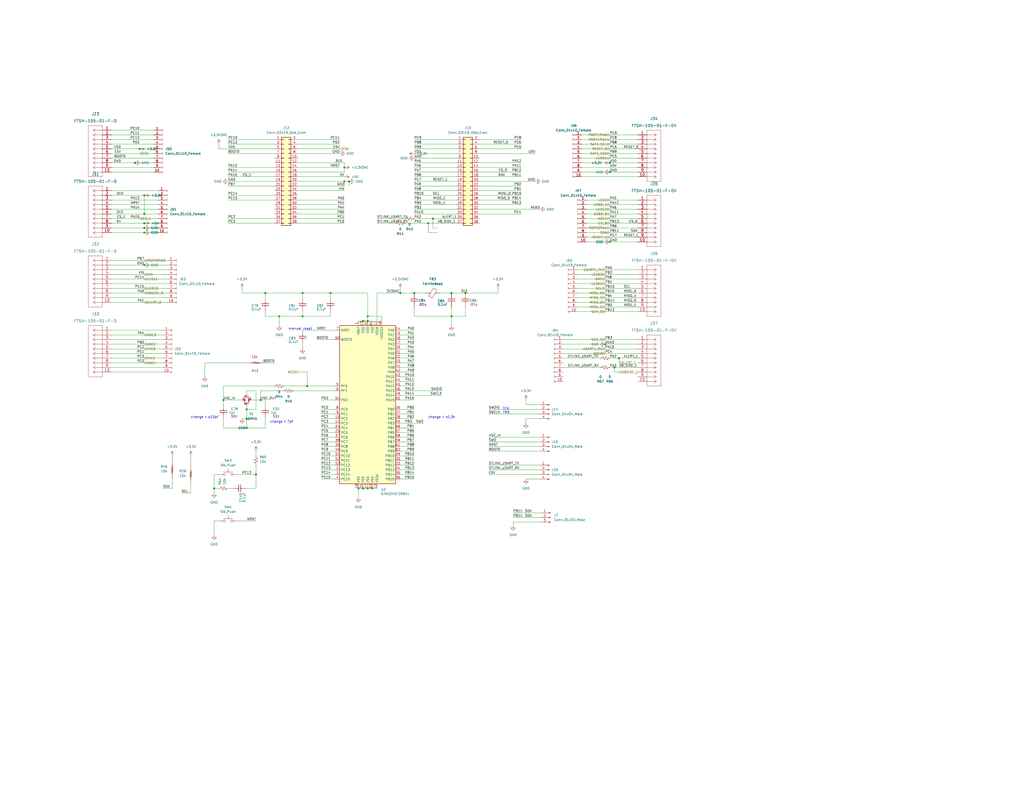
<source format=kicad_sch>
(kicad_sch (version 20230121) (generator eeschema)
  (paper "C")
  (title_block (title "SN-952-A, Charge & Discharge Control") (date "2023-06-28") (rev "PA"))
  (junction (at 187.96 91.44))
  (junction (at 246.38 160.02))
  (junction (at 78.74 106.68))
  (junction (at 332.74 93.98))
  (junction (at 167.64 210.82))
  (junction (at 200.66 172.72))
  (junction (at 200.66 266.7))
  (junction (at 165.1 172.72))
  (junction (at 332.74 88.9))
  (junction (at 78.74 121.92))
  (junction (at 139.7 259.08))
  (junction (at 203.2 266.7))
  (junction (at 332.74 132.08))
  (junction (at 73.66 88.9))
  (junction (at 78.74 144.78))
  (junction (at 218.44 160.02))
  (junction (at 180.34 160.02))
  (junction (at 337.82 195.58))
  (junction (at 195.58 266.7))
  (junction (at 254 160.02))
  (junction (at 134.62 228.6))
  (junction (at 335.28 200.66))
  (junction (at 152.4 172.72))
  (junction (at 190.5 99.06))
  (junction (at 76.2 81.28))
  (junction (at 226.06 160.02))
  (junction (at 198.12 175.26))
  (junction (at 78.74 124.46))
  (junction (at 187.96 99.06))
  (junction (at 116.84 266.7))
  (junction (at 144.78 160.02))
  (junction (at 246.38 172.72))
  (junction (at 134.62 223.52))
  (junction (at 236.22 119.38))
  (junction (at 330.2 187.96))
  (junction (at 142.24 218.44))
  (junction (at 78.74 127))
  (junction (at 78.74 116.84))
  (junction (at 198.12 266.7))
  (junction (at 200.66 175.26))
  (junction (at 165.1 160.02))
  (junction (at 134.62 233.68))
  (junction (at 121.92 218.44))
  (junction (at 233.68 121.92))
  (wire (pts (xy 78.74 127) (xy 60.96 127)))
  (wire (pts (xy 175.26 238.76) (xy 182.88 238.76)))
  (wire (pts (xy 218.44 226.06) (xy 226.06 226.06)))
  (wire (pts (xy 320.04 116.84) (xy 347.98 116.84)))
  (wire (pts (xy 218.44 243.84) (xy 226.06 243.84)))
  (wire (pts (xy 314.96 149.86) (xy 347.98 149.86)))
  (wire (pts (xy 78.74 124.46) (xy 60.96 124.46)))
  (wire (pts (xy 119.38 259.08) (xy 116.84 259.08)))
  (wire (pts (xy 121.92 233.68) (xy 121.92 228.6)))
  (wire (pts (xy 195.58 175.26) (xy 198.12 175.26)))
  (wire (pts (xy 165.1 160.02) (xy 165.1 162.56)))
  (wire (pts (xy 124.46 109.22) (xy 149.86 109.22)))
  (wire (pts (xy 60.96 78.74) (xy 83.82 78.74)))
  (wire (pts (xy 226.06 172.72) (xy 246.38 172.72)))
  (wire (pts (xy 60.96 83.82) (xy 83.82 83.82)))
  (wire (pts (xy 60.96 116.84) (xy 78.74 116.84)))
  (wire (pts (xy 233.68 121.92) (xy 248.92 121.92)))
  (wire (pts (xy 88.9 266.7) (xy 93.98 266.7)))
  (wire (pts (xy 287.02 228.6) (xy 287.02 231.14)))
  (wire (pts (xy 266.7 223.52) (xy 294.64 223.52)))
  (wire (pts (xy 307.34 195.58) (xy 327.66 195.58)))
  (wire (pts (xy 241.3 215.9) (xy 218.44 215.9)))
  (wire (pts (xy 60.96 109.22) (xy 86.36 109.22)))
  (wire (pts (xy 317.5 91.44) (xy 347.98 91.44)))
  (wire (pts (xy 307.34 190.5) (xy 347.98 190.5)))
  (wire (pts (xy 162.56 81.28) (xy 185.42 81.28)))
  (wire (pts (xy 116.84 269.24) (xy 116.84 266.7)))
  (wire (pts (xy 119.38 284.48) (xy 116.84 284.48)))
  (wire (pts (xy 218.44 241.3) (xy 226.06 241.3)))
  (wire (pts (xy 218.44 190.5) (xy 226.06 190.5)))
  (wire (pts (xy 180.34 160.02) (xy 180.34 162.56)))
  (wire (pts (xy 83.82 93.98) (xy 60.96 93.98)))
  (wire (pts (xy 200.66 172.72) (xy 200.66 175.26)))
  (wire (pts (xy 284.48 93.98) (xy 261.62 93.98)))
  (wire (pts (xy 175.26 223.52) (xy 182.88 223.52)))
  (wire (pts (xy 218.44 193.04) (xy 226.06 193.04)))
  (wire (pts (xy 124.46 91.44) (xy 149.86 91.44)))
  (wire (pts (xy 60.96 198.12) (xy 88.9 198.12)))
  (wire (pts (xy 205.74 175.26) (xy 205.74 160.02)))
  (wire (pts (xy 320.04 111.76) (xy 347.98 111.76)))
  (wire (pts (xy 284.48 116.84) (xy 261.62 116.84)))
  (wire (pts (xy 284.48 88.9) (xy 261.62 88.9)))
  (wire (pts (xy 317.5 73.66) (xy 347.98 73.66)))
  (wire (pts (xy 60.96 86.36) (xy 83.82 86.36)))
  (wire (pts (xy 218.44 208.28) (xy 226.06 208.28)))
  (wire (pts (xy 88.9 185.42) (xy 60.96 185.42)))
  (wire (pts (xy 248.92 81.28) (xy 226.06 81.28)))
  (wire (pts (xy 187.96 91.44) (xy 187.96 93.98)))
  (wire (pts (xy 134.62 215.9) (xy 134.62 213.36)))
  (wire (pts (xy 294.64 114.3) (xy 261.62 114.3)))
  (wire (pts (xy 330.2 187.96) (xy 347.98 187.96)))
  (wire (pts (xy 266.7 256.54) (xy 294.64 256.54)))
  (wire (pts (xy 134.62 233.68) (xy 121.92 233.68)))
  (wire (pts (xy 139.7 266.7) (xy 139.7 259.08)))
  (wire (pts (xy 139.7 254) (xy 139.7 259.08)))
  (wire (pts (xy 116.84 266.7) (xy 119.38 266.7)))
  (wire (pts (xy 246.38 172.72) (xy 246.38 177.8)))
  (wire (pts (xy 208.28 175.26) (xy 208.28 172.72)))
  (wire (pts (xy 162.56 99.06) (xy 187.96 99.06)))
  (wire (pts (xy 104.14 264.16) (xy 104.14 269.24)))
  (wire (pts (xy 320.04 129.54) (xy 347.98 129.54)))
  (wire (pts (xy 175.26 248.92) (xy 182.88 248.92)))
  (wire (pts (xy 86.36 106.68) (xy 78.74 106.68)))
  (wire (pts (xy 218.44 203.2) (xy 226.06 203.2)))
  (wire (pts (xy 218.44 205.74) (xy 226.06 205.74)))
  (wire (pts (xy 144.78 172.72) (xy 152.4 172.72)))
  (wire (pts (xy 226.06 172.72) (xy 226.06 167.64)))
  (wire (pts (xy 60.96 88.9) (xy 73.66 88.9)))
  (wire (pts (xy 60.96 121.92) (xy 78.74 121.92)))
  (wire (pts (xy 162.56 203.2) (xy 167.64 203.2)))
  (wire (pts (xy 218.44 231.14) (xy 231.14 231.14)))
  (wire (pts (xy 307.34 185.42) (xy 347.98 185.42)))
  (wire (pts (xy 88.9 203.2) (xy 60.96 203.2)))
  (wire (pts (xy 203.2 266.7) (xy 205.74 266.7)))
  (wire (pts (xy 218.44 185.42) (xy 226.06 185.42)))
  (wire (pts (xy 78.74 116.84) (xy 78.74 106.68)))
  (wire (pts (xy 144.78 218.44) (xy 144.78 220.98)))
  (wire (pts (xy 175.26 259.08) (xy 182.88 259.08)))
  (wire (pts (xy 332.74 195.58) (xy 337.82 195.58)))
  (wire (pts (xy 320.04 119.38) (xy 347.98 119.38)))
  (wire (pts (xy 266.7 243.84) (xy 294.64 243.84)))
  (wire (pts (xy 86.36 124.46) (xy 78.74 124.46)))
  (wire (pts (xy 165.1 160.02) (xy 180.34 160.02)))
  (wire (pts (xy 218.44 256.54) (xy 226.06 256.54)))
  (wire (pts (xy 60.96 187.96) (xy 88.9 187.96)))
  (wire (pts (xy 134.62 228.6) (xy 134.62 233.68)))
  (wire (pts (xy 134.62 213.36) (xy 139.7 213.36)))
  (wire (pts (xy 218.44 223.52) (xy 226.06 223.52)))
  (wire (pts (xy 337.82 203.2) (xy 335.28 203.2)))
  (wire (pts (xy 134.62 220.98) (xy 134.62 223.52)))
  (wire (pts (xy 139.7 246.38) (xy 139.7 248.92)))
  (wire (pts (xy 284.48 109.22) (xy 261.62 109.22)))
  (wire (pts (xy 236.22 124.46) (xy 236.22 119.38)))
  (wire (pts (xy 266.7 259.08) (xy 294.64 259.08)))
  (wire (pts (xy 187.96 99.06) (xy 187.96 101.6)))
  (wire (pts (xy 162.56 121.92) (xy 187.96 121.92)))
  (wire (pts (xy 317.5 88.9) (xy 332.74 88.9)))
  (wire (pts (xy 233.68 127) (xy 233.68 121.92)))
  (wire (pts (xy 175.26 233.68) (xy 182.88 233.68)))
  (wire (pts (xy 218.44 157.48) (xy 218.44 160.02)))
  (wire (pts (xy 86.36 127) (xy 78.74 127)))
  (wire (pts (xy 99.06 269.24) (xy 104.14 269.24)))
  (wire (pts (xy 162.56 114.3) (xy 187.96 114.3)))
  (wire (pts (xy 292.1 83.82) (xy 261.62 83.82)))
  (wire (pts (xy 175.26 218.44) (xy 182.88 218.44)))
  (wire (pts (xy 218.44 246.38) (xy 226.06 246.38)))
  (wire (pts (xy 280.035 280.035) (xy 295.275 280.035)))
  (wire (pts (xy 317.5 93.98) (xy 332.74 93.98)))
  (wire (pts (xy 60.96 76.2) (xy 83.82 76.2)))
  (wire (pts (xy 332.74 200.66) (xy 335.28 200.66)))
  (wire (pts (xy 307.34 187.96) (xy 330.2 187.96)))
  (wire (pts (xy 162.56 119.38) (xy 187.96 119.38)))
  (wire (pts (xy 294.64 220.98) (xy 287.02 220.98)))
  (wire (pts (xy 218.44 238.76) (xy 226.06 238.76)))
  (wire (pts (xy 60.96 190.5) (xy 88.9 190.5)))
  (wire (pts (xy 162.56 91.44) (xy 185.42 91.44)))
  (wire (pts (xy 254 172.72) (xy 254 167.64)))
  (wire (pts (xy 121.92 220.98) (xy 121.92 218.44)))
  (wire (pts (xy 91.44 144.78) (xy 78.74 144.78)))
  (wire (pts (xy 220.98 121.92) (xy 233.68 121.92)))
  (wire (pts (xy 266.7 238.76) (xy 294.64 238.76)))
  (wire (pts (xy 236.22 119.38) (xy 226.06 119.38)))
  (wire (pts (xy 248.92 101.6) (xy 226.06 101.6)))
  (wire (pts (xy 248.92 119.38) (xy 236.22 119.38)))
  (wire (pts (xy 167.64 203.2) (xy 167.64 210.82)))
  (wire (pts (xy 162.56 83.82) (xy 185.42 83.82)))
  (wire (pts (xy 116.84 259.08) (xy 116.84 266.7)))
  (wire (pts (xy 167.64 210.82) (xy 154.892 210.82)))
  (wire (pts (xy 218.44 251.46) (xy 226.06 251.46)))
  (wire (pts (xy 320.04 114.3) (xy 347.98 114.3)))
  (wire (pts (xy 134.62 266.7) (xy 139.7 266.7)))
  (wire (pts (xy 162.56 96.52) (xy 187.96 96.52)))
  (wire (pts (xy 248.92 106.68) (xy 226.06 106.68)))
  (wire (pts (xy 175.26 241.3) (xy 182.88 241.3)))
  (wire (pts (xy 337.82 195.58) (xy 347.98 195.58)))
  (wire (pts (xy 60.96 106.68) (xy 78.74 106.68)))
  (wire (pts (xy 124.46 119.38) (xy 149.86 119.38)))
  (wire (pts (xy 317.5 78.74) (xy 347.98 78.74)))
  (wire (pts (xy 162.56 111.76) (xy 187.96 111.76)))
  (wire (pts (xy 137.16 218.44) (xy 142.24 218.44)))
  (wire (pts (xy 200.66 175.26) (xy 203.2 175.26)))
  (wire (pts (xy 175.26 243.84) (xy 182.88 243.84)))
  (wire (pts (xy 93.98 266.7) (xy 93.98 261.62)))
  (wire (pts (xy 294.64 228.6) (xy 287.02 228.6)))
  (wire (pts (xy 60.96 81.28) (xy 76.2 81.28)))
  (wire (pts (xy 139.7 213.36) (xy 139.7 223.52)))
  (wire (pts (xy 180.34 160.02) (xy 200.66 160.02)))
  (wire (pts (xy 144.78 172.72) (xy 144.78 170.18)))
  (wire (pts (xy 218.44 228.6) (xy 226.06 228.6)))
  (wire (pts (xy 205.74 119.38) (xy 220.98 119.38)))
  (wire (pts (xy 320.04 132.08) (xy 332.74 132.08)))
  (wire (pts (xy 317.5 86.36) (xy 347.98 86.36)))
  (wire (pts (xy 335.28 200.66) (xy 347.98 200.66)))
  (wire (pts (xy 218.44 200.66) (xy 226.06 200.66)))
  (wire (pts (xy 162.56 104.14) (xy 187.96 104.14)))
  (wire (pts (xy 86.36 116.84) (xy 78.74 116.84)))
  (wire (pts (xy 175.26 254) (xy 182.88 254)))
  (wire (pts (xy 284.48 78.74) (xy 261.62 78.74)))
  (wire (pts (xy 246.38 160.02) (xy 254 160.02)))
  (wire (pts (xy 60.96 142.24) (xy 91.44 142.24)))
  (wire (pts (xy 218.44 160.02) (xy 226.06 160.02)))
  (wire (pts (xy 144.78 233.68) (xy 134.62 233.68)))
  (wire (pts (xy 284.48 104.14) (xy 261.62 104.14)))
  (wire (pts (xy 129.54 259.08) (xy 139.7 259.08)))
  (wire (pts (xy 337.82 198.12) (xy 337.82 195.58)))
  (wire (pts (xy 154.94 213.36) (xy 142.24 213.36)))
  (wire (pts (xy 175.26 251.46) (xy 182.88 251.46)))
  (wire (pts (xy 317.5 96.52) (xy 347.98 96.52)))
  (wire (pts (xy 83.82 81.28) (xy 76.2 81.28)))
  (wire (pts (xy 91.44 162.56) (xy 60.96 162.56)))
  (wire (pts (xy 175.26 231.14) (xy 182.88 231.14)))
  (wire (pts (xy 292.1 99.06) (xy 261.62 99.06)))
  (wire (pts (xy 266.7 254) (xy 294.64 254)))
  (wire (pts (xy 121.92 210.82) (xy 121.92 218.44)))
  (wire (pts (xy 266.7 241.3) (xy 294.64 241.3)))
  (wire (pts (xy 60.96 193.04) (xy 88.9 193.04)))
  (wire (pts (xy 314.96 170.18) (xy 347.98 170.18)))
  (wire (pts (xy 60.96 119.38) (xy 86.36 119.38)))
  (wire (pts (xy 91.44 147.32) (xy 60.96 147.32)))
  (wire (pts (xy 127 266.7) (xy 124.46 266.7)))
  (wire (pts (xy 314.96 157.48) (xy 347.98 157.48)))
  (wire (pts (xy 124.46 76.2) (xy 149.86 76.2)))
  (wire (pts (xy 124.46 121.92) (xy 149.86 121.92)))
  (wire (pts (xy 271.78 157.48) (xy 271.78 160.02)))
  (wire (pts (xy 124.46 99.06) (xy 149.86 99.06)))
  (wire (pts (xy 248.92 78.74) (xy 226.06 78.74)))
  (wire (pts (xy 139.7 223.52) (xy 134.62 223.52)))
  (wire (pts (xy 254 160.02) (xy 271.78 160.02)))
  (wire (pts (xy 172.72 185.42) (xy 182.88 185.42)))
  (wire (pts (xy 187.96 88.9) (xy 187.96 91.44)))
  (wire (pts (xy 248.92 83.82) (xy 226.06 83.82)))
  (wire (pts (xy 165.1 180.34) (xy 182.88 180.34)))
  (wire (pts (xy 165.1 172.72) (xy 180.34 172.72)))
  (wire (pts (xy 111.76 198.12) (xy 134.62 198.12)))
  (wire (pts (xy 314.96 165.1) (xy 347.98 165.1)))
  (wire (pts (xy 124.46 83.82) (xy 149.86 83.82)))
  (wire (pts (xy 248.92 96.52) (xy 226.06 96.52)))
  (wire (pts (xy 248.92 114.3) (xy 226.06 114.3)))
  (wire (pts (xy 248.92 116.84) (xy 226.06 116.84)))
  (wire (pts (xy 132.08 228.6) (xy 134.62 228.6)))
  (wire (pts (xy 284.48 91.44) (xy 261.62 91.44)))
  (wire (pts (xy 314.96 167.64) (xy 347.98 167.64)))
  (wire (pts (xy 218.44 259.08) (xy 226.06 259.08)))
  (wire (pts (xy 218.44 187.96) (xy 226.06 187.96)))
  (wire (pts (xy 246.38 167.64) (xy 246.38 172.72)))
  (wire (pts (xy 124.46 93.98) (xy 149.86 93.98)))
  (wire (pts (xy 284.48 111.76) (xy 261.62 111.76)))
  (wire (pts (xy 60.96 195.58) (xy 88.9 195.58)))
  (wire (pts (xy 284.48 76.2) (xy 261.62 76.2)))
  (wire (pts (xy 266.7 246.38) (xy 294.64 246.38)))
  (wire (pts (xy 152.4 172.72) (xy 152.4 177.8)))
  (wire (pts (xy 162.56 109.22) (xy 187.96 109.22)))
  (wire (pts (xy 198.12 266.7) (xy 200.66 266.7)))
  (wire (pts (xy 60.96 149.86) (xy 91.44 149.86)))
  (wire (pts (xy 218.44 182.88) (xy 226.06 182.88)))
  (wire (pts (xy 160.02 213.36) (xy 182.88 213.36)))
  (wire (pts (xy 152.4 172.72) (xy 165.1 172.72)))
  (wire (pts (xy 238.76 124.46) (xy 236.22 124.46)))
  (wire (pts (xy 335.28 203.2) (xy 335.28 200.66)))
  (wire (pts (xy 200.66 266.7) (xy 203.2 266.7)))
  (wire (pts (xy 317.5 81.28) (xy 347.98 81.28)))
  (wire (pts (xy 175.26 226.06) (xy 182.88 226.06)))
  (wire (pts (xy 119.38 78.74) (xy 119.38 81.28)))
  (wire (pts (xy 208.28 172.72) (xy 200.66 172.72)))
  (wire (pts (xy 60.96 71.12) (xy 83.82 71.12)))
  (wire (pts (xy 162.56 78.74) (xy 185.42 78.74)))
  (wire (pts (xy 78.74 144.78) (xy 60.96 144.78)))
  (wire (pts (xy 317.5 76.2) (xy 347.98 76.2)))
  (wire (pts (xy 162.56 88.9) (xy 187.96 88.9)))
  (wire (pts (xy 119.38 81.28) (xy 149.86 81.28)))
  (wire (pts (xy 60.96 152.4) (xy 91.44 152.4)))
  (wire (pts (xy 60.96 157.48) (xy 91.44 157.48)))
  (wire (pts (xy 226.06 160.02) (xy 232.41 160.02)))
  (wire (pts (xy 149.812 210.82) (xy 121.92 210.82)))
  (wire (pts (xy 246.38 172.72) (xy 254 172.72)))
  (wire (pts (xy 167.64 210.82) (xy 182.88 210.82)))
  (wire (pts (xy 175.26 261.62) (xy 182.88 261.62)))
  (wire (pts (xy 332.74 93.98) (xy 347.98 93.98)))
  (wire (pts (xy 134.62 223.52) (xy 134.62 228.6)))
  (wire (pts (xy 241.3 213.36) (xy 218.44 213.36)))
  (wire (pts (xy 175.26 256.54) (xy 182.88 256.54)))
  (wire (pts (xy 144.78 162.56) (xy 144.78 160.02)))
  (wire (pts (xy 60.96 182.88) (xy 88.9 182.88)))
  (wire (pts (xy 86.36 104.14) (xy 60.96 104.14)))
  (wire (pts (xy 218.44 210.82) (xy 226.06 210.82)))
  (wire (pts (xy 132.08 157.48) (xy 132.08 160.02)))
  (wire (pts (xy 218.44 195.58) (xy 226.06 195.58)))
  (wire (pts (xy 111.76 198.12) (xy 111.76 205.74)))
  (wire (pts (xy 240.03 160.02) (xy 246.38 160.02)))
  (wire (pts (xy 190.5 99.06) (xy 190.5 101.6)))
  (wire (pts (xy 187.96 99.06) (xy 190.5 99.06)))
  (wire (pts (xy 83.82 88.9) (xy 73.66 88.9)))
  (wire (pts (xy 238.76 127) (xy 233.68 127)))
  (wire (pts (xy 248.92 86.36) (xy 226.06 86.36)))
  (wire (pts (xy 124.46 106.68) (xy 149.86 106.68)))
  (wire (pts (xy 295.275 285.115) (xy 280.035 285.115)))
  (wire (pts (xy 124.46 78.74) (xy 149.86 78.74)))
  (wire (pts (xy 121.92 218.44) (xy 132.08 218.44)))
  (wire (pts (xy 162.56 93.98) (xy 187.96 93.98)))
  (wire (pts (xy 142.24 218.44) (xy 144.78 218.44)))
  (wire (pts (xy 205.74 121.92) (xy 215.9 121.92)))
  (wire (pts (xy 314.96 154.94) (xy 347.98 154.94)))
  (wire (pts (xy 124.46 101.6) (xy 149.86 101.6)))
  (wire (pts (xy 320.04 121.92) (xy 347.98 121.92)))
  (wire (pts (xy 320.04 127) (xy 347.98 127)))
  (wire (pts (xy 307.34 200.66) (xy 327.66 200.66)))
  (wire (pts (xy 284.48 81.28) (xy 261.62 81.28)))
  (wire (pts (xy 266.7 226.06) (xy 294.64 226.06)))
  (wire (pts (xy 261.62 96.52) (xy 284.48 96.52)))
  (wire (pts (xy 248.92 111.76) (xy 226.06 111.76)))
  (wire (pts (xy 165.1 190.5) (xy 165.1 187.96)))
  (wire (pts (xy 60.96 165.1) (xy 91.44 165.1)))
  (wire (pts (xy 142.24 213.36) (xy 142.24 218.44)))
  (wire (pts (xy 332.74 88.9) (xy 347.98 88.9)))
  (wire (pts (xy 314.96 147.32) (xy 347.98 147.32)))
  (wire (pts (xy 284.48 101.6) (xy 261.62 101.6)))
  (wire (pts (xy 317.5 83.82) (xy 347.98 83.82)))
  (wire (pts (xy 248.92 104.14) (xy 226.06 104.14)))
  (wire (pts (xy 226.06 261.62) (xy 218.44 261.62)))
  (wire (pts (xy 195.58 266.7) (xy 195.58 271.78)))
  (wire (pts (xy 248.92 88.9) (xy 226.06 88.9)))
  (wire (pts (xy 280.035 285.115) (xy 280.035 287.02)))
  (wire (pts (xy 320.04 109.22) (xy 347.98 109.22)))
  (wire (pts (xy 60.96 111.76) (xy 86.36 111.76)))
  (wire (pts (xy 104.14 248.92) (xy 104.14 254)))
  (wire (pts (xy 116.84 284.48) (xy 116.84 292.1)))
  (wire (pts (xy 93.98 248.92) (xy 93.98 251.46)))
  (wire (pts (xy 83.82 91.44) (xy 60.96 91.44)))
  (wire (pts (xy 314.96 152.4) (xy 347.98 152.4)))
  (wire (pts (xy 88.9 200.66) (xy 60.96 200.66)))
  (wire (pts (xy 218.44 254) (xy 226.06 254)))
  (wire (pts (xy 129.54 284.48) (xy 139.7 284.48)))
  (wire (pts (xy 91.44 154.94) (xy 60.96 154.94)))
  (wire (pts (xy 165.1 170.18) (xy 165.1 172.72)))
  (wire (pts (xy 218.44 233.68) (xy 226.06 233.68)))
  (wire (pts (xy 175.26 246.38) (xy 182.88 246.38)))
  (wire (pts (xy 314.96 160.02) (xy 347.98 160.02)))
  (wire (pts (xy 287.02 218.44) (xy 287.02 220.98)))
  (wire (pts (xy 332.74 132.08) (xy 347.98 132.08)))
  (wire (pts (xy 175.26 236.22) (xy 182.88 236.22)))
  (wire (pts (xy 261.62 106.68) (xy 284.48 106.68)))
  (wire (pts (xy 218.44 198.12) (xy 226.06 198.12)))
  (wire (pts (xy 200.66 160.02) (xy 200.66 172.72)))
  (wire (pts (xy 205.74 160.02) (xy 218.44 160.02)))
  (wire (pts (xy 248.92 93.98) (xy 226.06 93.98)))
  (wire (pts (xy 320.04 124.46) (xy 347.98 124.46)))
  (wire (pts (xy 60.96 160.02) (xy 91.44 160.02)))
  (wire (pts (xy 132.08 160.02) (xy 144.78 160.02)))
  (wire (pts (xy 144.78 160.02) (xy 165.1 160.02)))
  (wire (pts (xy 307.34 193.04) (xy 347.98 193.04)))
  (wire (pts (xy 162.56 116.84) (xy 187.96 116.84)))
  (wire (pts (xy 124.46 96.52) (xy 149.86 96.52)))
  (wire (pts (xy 218.44 218.44) (xy 226.06 218.44)))
  (wire (pts (xy 180.34 170.18) (xy 180.34 172.72)))
  (wire (pts (xy 175.26 228.6) (xy 182.88 228.6)))
  (wire (pts (xy 314.96 162.56) (xy 347.98 162.56)))
  (wire (pts (xy 144.78 228.6) (xy 144.78 233.68)))
  (wire (pts (xy 60.96 114.3) (xy 86.36 114.3)))
  (wire (pts (xy 248.92 76.2) (xy 226.06 76.2)))
  (wire (pts (xy 248.92 109.22) (xy 226.06 109.22)))
  (wire (pts (xy 218.44 236.22) (xy 226.06 236.22)))
  (wire (pts (xy 287.02 261.62) (xy 294.64 261.62)))
  (wire (pts (xy 218.44 248.92) (xy 226.06 248.92)))
  (wire (pts (xy 60.96 73.66) (xy 83.82 73.66)))
  (wire (pts (xy 187.96 101.6) (xy 162.56 101.6)))
  (wire (pts (xy 218.44 180.34) (xy 226.06 180.34)))
  (wire (pts (xy 248.92 99.06) (xy 226.06 99.06)))
  (wire (pts (xy 88.9 180.34) (xy 60.96 180.34)))
  (wire (pts (xy 185.42 76.2) (xy 162.56 76.2)))
  (wire (pts (xy 248.92 91.44) (xy 226.06 91.44)))
  (wire (pts (xy 198.12 175.26) (xy 200.66 175.26)))
  (wire (pts (xy 195.58 266.7) (xy 198.12 266.7)))
  (wire (pts (xy 280.035 282.575) (xy 295.275 282.575)))
  (wire (pts (xy 86.36 121.92) (xy 78.74 121.92)))
  (wire (pts (xy 144.78 198.12) (xy 149.86 198.12)))
  (text "change t o1.5k\n" (at 233.68 228.6 0) (effects (font (size 1.27 1.27)) (justify left bottom)))
  (text "TCK\nTMS\n" (at 274.32 226.06 0) (effects (font (size 1.27 1.27)) (justify left bottom)))
  (text "change t 7pf\n" (at 147.32 231.14 0) (effects (font (size 1.27 1.27)) (justify left bottom)))
  (text "manual reset\n" (at 157.48 180.34 0) (effects (font (size 1.27 1.27)) (justify left bottom)))
  (text "change t o10pf\n" (at 104.14 228.6 0) (effects (font (size 1.27 1.27)) (justify left bottom)))
  (label "PC6" (at 332.74 81.28 0))
  (label "PD2" (at 175.26 218.44 0))
  (label "STLINK_USART_TX" (at 266.7 254 0))
  (label "PB3" (at 226.06 114.3 0))
  (label "STLINK_USART_RX" (at 266.7 256.54 0))
  (label "PA3" (at 226.06 187.96 180))
  (label "VIN" (at 187.96 104.14 180))
  (label "PC4" (at 175.26 233.68 0))
  (label "PC9" (at 175.26 246.38 0))
  (label "PC13" (at 175.26 256.54 0))
  (label "PC6" (at 284.48 78.74 180))
  (label "PC5" (at 284.48 81.28 180))
  (label "PA0" (at 187.96 109.22 180))
  (label "PB11" (at 226.06 251.46 180))
  (label "PC3" (at 78.74 195.58 180))
  (label "PA1" (at 187.96 111.76 180))
  (label "MISO_0" (at 340.36 165.1 0))
  (label "E5V" (at 266.7 259.08 0))
  (label "PB3" (at 330.2 185.42 0))
  (label "PC10" (at 175.26 248.92 0))
  (label "PB14" (at 226.06 259.08 180))
  (label "PA14" (at 124.46 93.98 0))
  (label "SCL" (at 99.06 269.24 0))
  (label "PC2" (at 124.46 119.38 0))
  (label "PC5" (at 332.74 86.36 0))
  (label "PA5" (at 226.06 88.9 0))
  (label "STLINK_USART_RX" (at 205.74 121.92 0))
  (label "PC14" (at 175.26 259.08 0))
  (label "PC9" (at 226.06 76.2 0))
  (label "PA7" (at 226.06 93.98 0))
  (label "PA4" (at 226.06 190.5 180))
  (label "RESET_1" (at 340.36 129.54 0))
  (label "GND" (at 185.42 83.82 180))
  (label "PA12" (at 284.48 88.9 180))
  (label "CS_1" (at 137.16 96.52 180))
  (label "PB8" (at 332.74 78.74 0))
  (label "PA3" (at 226.06 121.92 0))
  (label "SWCLK" (at 241.3 215.9 180))
  (label "PA10" (at 330.2 190.5 0))
  (label "PB5" (at 330.2 167.64 0))
  (label "PC8" (at 332.74 76.2 0))
  (label "U5V" (at 292.1 83.82 180))
  (label "PC1" (at 187.96 119.38 180))
  (label "PB0" (at 78.74 187.96 180))
  (label "PB12" (at 226.06 254 180))
  (label "BOOT0" (at 172.72 185.42 0))
  (label "MOSI_0" (at 340.36 160.02 0))
  (label "PA13" (at 220.98 213.36 0))
  (label "VDD" (at 124.46 81.28 0))
  (label "PB4" (at 330.2 162.56 0))
  (label "PA14" (at 220.98 215.9 0))
  (label "RESET_1" (at 236.22 99.06 0))
  (label "MISO_1" (at 236.22 109.22 0))
  (label "PB9" (at 332.74 83.82 0))
  (label "PC8" (at 175.26 243.84 0))
  (label "PD2" (at 76.2 78.74 180))
  (label "PB11" (at 280.035 282.575 0))
  (label "SCL" (at 236.22 106.68 0))
  (label "PC15" (at 175.26 261.62 0))
  (label "PB10" (at 226.06 248.92 180))
  (label "PC9" (at 332.74 73.66 0))
  (label "PA11" (at 284.48 91.44 180))
  (label "PC2" (at 78.74 190.5 180))
  (label "PC11" (at 76.2 73.66 180))
  (label "PA2" (at 226.06 185.42 180))
  (label "PA1" (at 226.06 182.88 180))
  (label "NRST" (at 266.7 243.84 0))
  (label "PB15" (at 279.4 106.68 0))
  (label "SWDIO" (at 241.3 213.36 180))
  (label "PB0" (at 226.06 223.52 180))
  (label "PA13" (at 124.46 91.44 0))
  (label "RESET_0" (at 340.36 81.28 0))
  (label "PC2" (at 175.26 228.6 0))
  (label "PC14" (at 124.46 106.68 0))
  (label "PC10" (at 76.2 71.12 180))
  (label "MISO_1" (at 340.36 162.56 0))
  (label "PA8" (at 226.06 104.14 0))
  (label "PB2" (at 330.2 149.86 0))
  (label "GND" (at 332.74 132.08 0))
  (label "VIN" (at 78.74 149.86 180))
  (label "PC15" (at 78.74 157.48 180))
  (label "SDA" (at 271.78 96.52 0))
  (label "PA8" (at 330.2 152.4 0))
  (label "PB13" (at 284.48 111.76 180))
  (label "PA9" (at 330.2 147.32 0))
  (label "MOSI_1" (at 340.36 167.64 0))
  (label "AB_SIDE_1" (at 337.82 200.66 0))
  (label "PC5" (at 175.26 236.22 0))
  (label "PB14" (at 284.48 109.22 180))
  (label "BOOT0" (at 124.46 83.82 0))
  (label "HSE_In" (at 121.92 218.44 0))
  (label "VDD" (at 332.74 88.9 0))
  (label "CS_0" (at 276.86 93.98 180))
  (label "SDA" (at 347.98 127 180))
  (label "PA12" (at 226.06 210.82 180))
  (label "3V3" (at 182.88 88.9 0))
  (label "PA1" (at 78.74 165.1 180))
  (label "PC14" (at 78.74 152.4 180))
  (label "PA9" (at 226.06 203.2 180))
  (label "PA6" (at 332.74 114.3 0))
  (label "PB15" (at 330.2 160.02 0))
  (label "PC0" (at 78.74 198.12 180))
  (label "PA7" (at 226.06 198.12 180))
  (label "PB12" (at 284.48 93.98 180))
  (label "PB11" (at 332.74 127 0))
  (label "PA7" (at 332.74 119.38 0))
  (label "PC3" (at 175.26 231.14 0))
  (label "NRST" (at 185.42 91.44 180))
  (label "CS_0" (at 347.98 121.92 180))
  (label "PA10" (at 226.06 205.74 180))
  (label "3V3DAC" (at 210.82 160.02 0))
  (label "GND" (at 124.46 99.06 0))
  (label "PA5" (at 226.06 193.04 180))
  (label "RESET_0" (at 269.24 78.74 0))
  (label "PA4" (at 187.96 114.3 180))
  (label "PA13" (at 76.2 109.22 180))
  (label "PB1" (at 330.2 154.94 0))
  (label "STLINK_USART_TX" (at 205.74 119.38 0))
  (label "PA0" (at 78.74 160.02 180))
  (label "PB8" (at 226.06 243.84 180))
  (label "PB6" (at 332.74 124.46 0))
  (label "PB4" (at 226.06 233.68 180))
  (label "PB2" (at 226.06 228.6 180))
  (label "PA14" (at 76.2 114.3 180))
  (label "PC7" (at 226.06 99.06 0))
  (label "PA6" (at 226.06 91.44 0))
  (label "SCL" (at 340.36 157.48 0))
  (label "SDA" (at 290.195 282.575 180))
  (label "3V3" (at 63.5 116.84 0))
  (label "AGND" (at 294.64 114.3 180))
  (label "PB0" (at 187.96 116.84 180))
  (label "PB7" (at 78.74 142.24 180))
  (label "SWDIO" (at 266.7 223.52 0))
  (label "SWO" (at 266.7 241.3 0))
  (label "3V3" (at 251.46 160.02 0))
  (label "PC4" (at 330.2 193.04 0))
  (label "SDA" (at 290.195 280.035 180))
  (label "PB7" (at 226.06 241.3 180))
  (label "PB3" (at 220.98 231.14 0))
  (label "PB4" (at 226.06 109.22 0))
  (label "PA2" (at 332.74 195.58 0))
  (label "PB6" (at 226.06 96.52 0))
  (label "PB15" (at 226.06 261.62 180))
  (label "PA12" (at 332.74 111.76 0))
  (label "PC11" (at 175.26 251.46 0))
  (label "5V" (at 187.96 96.52 180))
  (label "PA15" (at 226.06 218.44 180))
  (label "GND" (at 226.06 86.36 0))
  (label "PC4" (at 284.48 116.84 180))
  (label "3V3" (at 63.5 106.68 0))
  (label "GND" (at 187.96 101.6 180))
  (label "PA15" (at 76.2 119.38 180))
  (label "PA4" (at 78.74 182.88 180))
  (label "NRST" (at 139.7 284.48 180))
  (label "SDA" (at 88.9 266.7 0))
  (label "HSE_In" (at 266.7 238.76 0))
  (label "PB11" (at 284.48 96.52 180))
  (label "PC1" (at 175.26 226.06 0))
  (label "PC11" (at 185.42 76.2 180))
  (label "5V" (at 66.04 121.92 180))
  (label "PA6" (at 226.06 195.58 180))
  (label "PB11" (at 280.035 280.035 0))
  (label "PB10" (at 226.06 106.68 0))
  (label "ALERT_1" (at 340.36 195.58 0))
  (label "PB13" (at 226.06 256.54 180))
  (label "PA3" (at 332.74 200.66 0))
  (label "PA9" (at 226.06 101.6 0))
  (label "PB5" (at 226.06 111.76 0))
  (label "STLINK_USART_TX" (at 309.88 195.58 0))
  (label "PD2" (at 185.42 78.74 180))
  (label "PC15" (at 124.46 109.22 0))
  (label "E5V" (at 185.42 81.28 180))
  (label "PB14" (at 330.2 165.1 0))
  (label "ALERT_1" (at 241.3 119.38 0))
  (label "E5V" (at 66.04 83.82 180))
  (label "MISO_0" (at 278.3783 109.22 180))
  (label "PC3" (at 124.46 121.92 0))
  (label "PC6" (at 175.26 238.76 0))
  (label "PB13" (at 330.2 170.18 0))
  (label "BOOT0" (at 266.7 246.38 0))
  (label "PB9" (at 226.06 246.38 180))
  (label "PC0" (at 187.96 121.92 180))
  (label "PA11" (at 226.06 208.28 180))
  (label "PA0" (at 226.06 180.34 180))
  (label "VDD" (at 66.04 81.28 180))
  (label "PA11" (at 332.74 116.84 0))
  (label "PB1" (at 284.48 104.14 180))
  (label "PB9" (at 226.06 81.28 0))
  (label "PC8" (at 284.48 76.2 180))
  (label "MOSI_0" (at 271.78 106.68 0))
  (label "PC12" (at 175.26 254 0))
  (label "VDD" (at 226.06 83.82 0))
  (label "PC10" (at 124.46 76.2 0))
  (label "BOOT0" (at 149.86 198.12 180))
  (label "NRST" (at 177.8 180.34 180))
  (label "U5V" (at 332.74 91.44 0))
  (label "PA10" (at 226.06 116.84 0))
  (label "PB5" (at 226.06 236.22 180))
  (label "PC0" (at 175.26 223.52 0))
  (label "HSE_OUT" (at 142.24 218.44 0))
  (label "AGND" (at 330.2 187.96 0))
  (label "SWCLK" (at 266.7 226.06 0))
  (label "GND" (at 66.04 88.9 180))
  (label "PC7" (at 175.26 241.3 0))
  (label "PA8" (at 226.06 200.66 180))
  (label "PA2" (at 226.06 119.38 0))
  (label "PB8" (at 226.06 78.74 0))
  (label "GND" (at 332.74 93.98 0))
  (label "PA15" (at 124.46 96.52 0))
  (label "PB1" (at 226.06 226.06 180))
  (label "MOSI_1" (at 236.22 111.76 0))
  (label "GND" (at 292.1 99.06 180))
  (label "PC12" (at 76.2 76.2 180))
  (label "GND" (at 78.74 144.78 180))
  (label "BOOT0" (at 68.58 86.36 180))
  (label "PB7" (at 124.46 101.6 0))
  (label "PA5" (at 332.74 109.22 0))
  (label "SWO" (at 231.14 231.14 180))
  (label "PB12" (at 332.74 121.92 0))
  (label "AB_SIDE_1" (at 238.76 121.92 0))
  (label "STLINK_USART_RX" (at 309.88 200.66 0))
  (label "CS_1" (at 68.58 119.38 180))
  (label "PC13" (at 132.08 259.08 0))
  (label "PB10" (at 330.2 157.48 0))
  (label "PC7" (at 332.74 129.54 0))
  (label "PB6" (at 226.06 238.76 180))
  (label "NRST" (at 76.2 111.76 180))
  (label "PC12" (at 124.46 78.74 0))
  (label "PC1" (at 78.74 193.04 180))
  (label "PB2" (at 284.48 101.6 180))
  (hierarchical_label "PORT1PW1" (shape input) (at 332.74 76.2 180))
  (hierarchical_label "ADC3" (shape input) (at 78.74 182.88 0))
  (hierarchical_label "SAFE_SDA" (shape input) (at 332.74 83.82 180))
  (hierarchical_label "E5V" (shape input) (at 185.42 81.28 0))
  (hierarchical_label "ADC4" (shape input) (at 78.74 198.12 0))
  (hierarchical_label "ABSIDE_0" (shape input) (at 78.74 160.02 0))
  (hierarchical_label "LED02" (shape input) (at 330.2 154.94 180))
  (hierarchical_label "LED11" (shape input) (at 78.74 152.4 0))
  (hierarchical_label "CS_1" (shape input) (at 76.2 119.38 0))
  (hierarchical_label "CS_0" (shape input) (at 332.74 121.92 180))
  (hierarchical_label "MCO" (shape input) (at 162.56 203.2 180))
  (hierarchical_label "ADC2" (shape input) (at 78.74 187.96 0))
  (hierarchical_label "ADC1" (shape input) (at 332.74 119.38 180))
  (hierarchical_label "ALERT_0" (shape input) (at 78.74 165.1 0))
  (hierarchical_label "ALERT_1" (shape input) (at 337.82 198.12 0))
  (hierarchical_label "TXE1" (shape input) (at 78.74 195.58 0))
  (hierarchical_label "SCK_0" (shape input) (at 330.2 170.18 180))
  (hierarchical_label "MOSI_1" (shape input) (at 330.2 167.64 180))
  (hierarchical_label "ADC0" (shape input) (at 330.2 193.04 180))
  (hierarchical_label "SCK_1" (shape input) (at 330.2 185.42 180))
  (hierarchical_label "USART1_RX" (shape input) (at 330.2 190.5 180))
  (hierarchical_label "RESET_0" (shape input) (at 332.74 81.28 180))
  (hierarchical_label "USART1_TX" (shape input) (at 330.2 147.32 180))
  (hierarchical_label "SCL" (shape input) (at 330.2 157.48 180))
  (hierarchical_label "SDA" (shape input) (at 332.74 127 180))
  (hierarchical_label "PORT0PW0" (shape input) (at 78.74 142.24 0))
  (hierarchical_label "VIN" (shape input) (at 78.74 149.86 0))
  (hierarchical_label "ABSIDE_1" (shape input) (at 337.82 203.2 0))
  (hierarchical_label "PORT1PW0" (shape input) (at 332.74 73.66 180))
  (hierarchical_label "LED13" (shape input) (at 78.74 157.48 0))
  (hierarchical_label "LED01" (shape input) (at 332.74 86.36 180))
  (hierarchical_label "RESET_1" (shape input) (at 332.74 129.54 180))
  (hierarchical_label "MOSI_0" (shape input) (at 330.2 160.02 180))
  (hierarchical_label "DRP" (shape input) (at 330.2 152.4 180))
  (hierarchical_label "PORT0PW1" (shape input) (at 332.74 124.46 180))
  (hierarchical_label "LED12" (shape input) (at 332.74 114.3 180))
  (hierarchical_label "SAFE_SCL" (shape input) (at 332.74 78.74 180))
  (hierarchical_label "LED1" (shape input) (at 332.74 109.22 180))
  (hierarchical_label "USBD_0" (shape input) (at 332.74 116.84 180))
  (hierarchical_label "USBD_1" (shape input) (at 332.74 111.76 180))
  (hierarchical_label "MISO_1" (shape input) (at 330.2 162.56 180))
  (hierarchical_label "MISO_0" (shape input) (at 330.2 165.1 180))
  (hierarchical_label "E5V" (shape input) (at 76.2 83.82 0))
  (hierarchical_label "TXE0" (shape input) (at 78.74 190.5 0))
  (hierarchical_label "LED03" (shape input) (at 330.2 149.86 180))
  (symbol (lib_id "Connector:Conn_01x10_Female") (at 314.96 119.38 0) (mirror y) (unit 1)
    (property "Reference" "J57" (at 315.595 104.14 0))
    (property "Value" "Conn_01x10_Female" (at 315.595 106.68 0))
    (property "Footprint" "Connector_Samtec:CLP-105-02-L-D" (effects hide))
    (property "MFG" "Samtec" (effects hide))
    (property "Part Name" "CLP-105-02-L-D" (effects hide))
  )
  (symbol (lib_id "BCU_AltiumImport-altium-import:0_Cap") (at 254 160.02 0) (unit 1)
    (property "Reference" "C86" (at 256.286 164.846 0) (effects (justify left bottom)))
    (property "Value" "10n" (effects hide))
    (property "Footprint" "Capacitor_SMD:C_0402_1005Metric" (effects hide))
    (property "DIELECTRIC" "X7R" (effects hide))
    (property "CAPACITANCE" ".01u" (at 256.286 166.878 0) (effects (justify left bottom)))
    (property "IDENTIFIER" "1uF 100V +/-5% " (effects hide))
    (property "MFG" "Murata Electronics" (effects hide))
    (property "Part Name" "GCM155R71H103KA55D" (effects hide))
  )
  (symbol (lib_id "Device:R_Small_US") (at 218.44 121.92 270) (unit 1)
    (property "Reference" "R41" (at 218.44 127.635 90))
    (property "Value" "0" (at 218.44 125.095 90))
    (property "Footprint" "Resistor_SMD:R_0402_1005Metric" (effects hide))
    (property "MANUFACTURER" "YAGEO" (effects hide))
    (property "Part Name" "RC0402JR-130RL" (effects hide))
  )
  (symbol (lib_id "Device:R_Small_US") (at 139.7 251.46 0) (unit 1)
    (property "Reference" "R65" (at 143.51 249.555 0))
    (property "Value" "10k" (at 143.51 252.095 0))
    (property "Footprint" "Resistor_SMD:R_0402_1005Metric" (effects hide))
    (property "MFG" "YAGEO" (effects hide))
  )
  (symbol (lib_id "power:GND") (at 185.42 83.82 90) (unit 1)
    (property "Reference" "#PWR019" (effects hide))
    (property "Value" "GND" (at 193.04 83.82 90) (effects (justify left)))
  )
  (symbol (lib_id "power:GND") (at 78.74 144.78 90) (unit 1)
    (property "Reference" "#PWR0255" (effects hide))
    (property "Value" "GND" (at 86.36 144.78 90) (effects (justify left)))
  )
  (symbol (lib_id "power:GND") (at 226.06 86.36 270) (unit 1)
    (property "Reference" "#PWR025" (effects hide))
    (property "Value" "GND" (at 218.44 86.36 90) (effects (justify left)))
  )
  (symbol (lib_id "BCU_AltiumImport-altium-import:0_RES") (at 134.62 198.12 0) (unit 1)
    (property "Reference" "R43" (at 137.16 203.2 0) (effects (justify left bottom)))
    (property "Value" "10k" (effects hide))
    (property "Footprint" "Resistor_SMD:R_0402_1005Metric" (effects hide))
    (property "RESISTANCE" "10k" (at 137.16 195.58 0) (effects (justify left bottom)))
    (property "FILM TYPE" "THIN" (effects hide))
    (property "MOUNTING TECHNOLOGY" "SMT" (effects hide))
    (property "Part Name" "RT0402DRE0710KL" (effects hide))
  )
  (symbol (lib_id "power:+3.3V") (at 78.74 106.68 270) (unit 1)
    (property "Reference" "#PWR0261" (effects hide))
    (property "Value" "+3.3V" (at 82.55 106.6799 90) (effects (justify left)))
  )
  (symbol (lib_id "Connector:Conn_01x10_Female") (at 312.42 83.82 0) (mirror y) (unit 1)
    (property "Reference" "J56" (at 313.055 68.58 0))
    (property "Value" "Conn_01x10_Female" (at 313.055 71.12 0))
    (property "Footprint" "Connector_Samtec:CLP-105-02-L-D" (effects hide))
    (property "MFG" "Samtec" (effects hide))
    (property "Part Name" "CLP-105-02-L-D" (effects hide))
  )
  (symbol (lib_id "Connector:FTSH-105-01-F-D") (at 347.98 185.42 0) (unit 1)
    (property "Reference" "J37" (at 356.87 176.53 0) (effects (font (size 1.524 1.524))))
    (property "Value" "FTSH-105-01-F-DV" (at 356.87 180.34 0) (effects (font (size 1.524 1.524))))
    (property "Footprint" "Connector_Samtec:FTSH-105-01-F-DV" (effects hide))
  )
  (symbol (lib_id "power:+3.3V") (at 132.08 157.48 0) (unit 1)
    (property "Reference" "#PWR0266" (effects hide))
    (property "Value" "+3.3V" (at 132.08 152.4 0))
  )
  (symbol (lib_id "power:GND") (at 332.74 132.08 270) (mirror x) (unit 1)
    (property "Reference" "#PWR0264" (effects hide))
    (property "Value" "GND" (at 325.12 132.08 90) (effects (justify left)))
  )
  (symbol (lib_id "power:GND") (at 280.035 287.02 0) (unit 1)
    (property "Reference" "#PWR?" (effects hide))
    (property "Value" "GND" (at 280.035 292.1 0))
  )
  (symbol (lib_id "Connector:Conn_01x04_Male") (at 299.72 256.54 0) (mirror y) (unit 1)
    (property "Reference" "J16" (at 300.99 256.5399 0) (effects (justify right)))
    (property "Value" "Conn_01x04_Male" (at 300.99 259.0799 0) (effects (justify right)))
    (property "Footprint" "Connector_JST:JST_EH_B4B-EH-A_1x04_P2.50mm_Vertical" (effects hide))
    (property "MFG" "JST" (effects hide))
    (property "Part Name" "JST_EH_B4B-EH-A_1x04_P2.5mm" (effects hide))
  )
  (symbol (lib_id "power:GND") (at 195.58 271.78 0) (unit 1)
    (property "Reference" "#PWR030" (effects hide))
    (property "Value" "GND" (at 195.58 276.86 0))
  )
  (symbol (lib_id "power:GND") (at 132.08 228.6 0) (unit 1)
    (property "Reference" "#PWR027" (effects hide))
    (property "Value" "GND" (at 132.08 233.68 0))
  )
  (symbol (lib_id "Connector:FTSH-105-01-F-D") (at 347.98 109.22 0) (unit 1)
    (property "Reference" "J35" (at 356.87 100.33 0) (effects (font (size 1.524 1.524))))
    (property "Value" "FTSH-105-01-F-DV" (at 356.87 104.14 0) (effects (font (size 1.524 1.524))))
    (property "Footprint" "Connector_Samtec:FTSH-105-01-F-DV" (effects hide))
  )
  (symbol (lib_id "Device:R_Small_US") (at 121.92 266.7 90) (unit 1)
    (property "Reference" "R64" (at 120.015 262.89 0))
    (property "Value" "10k" (at 122.555 262.89 0))
    (property "Footprint" "Resistor_SMD:R_0402_1005Metric" (effects hide))
    (property "MFG" "YAGEO" (effects hide))
  )
  (symbol (lib_id "Device:R_Small_US") (at 223.52 119.38 270) (unit 1)
    (property "Reference" "R42" (at 223.52 125.095 90))
    (property "Value" "0" (at 223.52 122.555 90))
    (property "Footprint" "Resistor_SMD:R_0402_1005Metric" (effects hide))
    (property "MANUFACTURER" "YAGEO" (effects hide))
    (property "Part Name" "RC0402JR-130RL" (effects hide))
  )
  (symbol (lib_id "Connector_Generic:Conn_02x19_Odd_Even") (at 254 99.06 0) (unit 1)
    (property "Reference" "J13" (at 255.27 69.85 0))
    (property "Value" "Conn_02x19_Odd_Even" (at 255.27 72.39 0))
  )
  (symbol (lib_id "power:+3.3VDAC") (at 218.44 157.48 0) (unit 1)
    (property "Reference" "#PWR0267" (effects hide))
    (property "Value" "+3.3VDAC" (at 218.44 152.4 0))
  )
  (symbol (lib_id "Connector:FTSH-105-01-F-D") (at 347.98 73.66 0) (unit 1)
    (property "Reference" "J34" (at 356.87 64.77 0) (effects (font (size 1.524 1.524))))
    (property "Value" "FTSH-105-01-F-DV" (at 356.87 68.58 0) (effects (font (size 1.524 1.524))))
    (property "Footprint" "Connector_Samtec:FTSH-105-01-F-DV" (effects hide))
  )
  (symbol (lib_id "power:+3.3VDAC") (at 187.96 91.44 270) (unit 1)
    (property "Reference" "#PWR020" (effects hide))
    (property "Value" "+3.3VDAC" (at 191.77 91.4399 90) (effects (justify left)))
  )
  (symbol (lib_id "power:+3.3V") (at 93.98 248.92 0) (unit 1)
    (property "Reference" "#PWR0269" (effects hide))
    (property "Value" "+3.3V" (at 93.98 243.84 0))
  )
  (symbol (lib_id "BCU_AltiumImport-altium-import:0_Cap") (at 144.78 162.56 0) (unit 1)
    (property "Reference" "C79" (at 137.16 167.64 0) (effects (justify left bottom)))
    (property "Value" "0.1uF" (at 137.16 169.545 0) (effects (justify left bottom)))
    (property "Footprint" "Capacitor_SMD:C_0402_1005Metric" (effects hide))
    (property "MANUFACTURER" "TDK" (effects hide))
    (property "TOLERANCE" "+/-20%" (effects hide))
    (property "MOUNTING TECHNOLOGY" "SMT" (effects hide))
    (property "MFG" "Murata Electronics" (effects hide))
    (property "Part Name" "GRM155R61H104ME14J" (effects hide))
    (property "MFG 2" "Yageo" (effects hide))
    (property "Part Name 2" "CC0402KRX5R9BB104" (effects hide))
  )
  (symbol (lib_id "power:GND") (at 332.74 93.98 270) (unit 1)
    (property "Reference" "#PWR0262" (effects hide))
    (property "Value" "GND" (at 325.12 93.98 90) (effects (justify left)))
  )
  (symbol (lib_id "power:GND") (at 246.38 177.8 0) (unit 1)
    (property "Reference" "#PWR036" (effects hide))
    (property "Value" "GND" (at 246.38 182.88 0))
  )
  (symbol (lib_id "Connector:Conn_01x03_Male") (at 300.355 282.575 0) (mirror y) (unit 1)
    (property "Reference" "J?" (at 302.26 281.3049 0) (effects (justify right)))
    (property "Value" "Conn_01x03_Male" (at 302.26 283.8449 0) (effects (justify right)))
    (property "Footprint" "Connector_JST:JST_EH_B3B-EH-A_1x03_P2.50mm_Vertical" (effects hide))
    (property "MFG" "JST " (effects hide))
    (property "Part Name" "B3B-EH-A(LF)(SN)" (effects hide))
  )
  (symbol (lib_id "Device:R_Small_US") (at 157.48 213.36 270) (unit 1)
    (property "Reference" "R45" (at 157.48 219.075 90))
    (property "Value" "0" (at 157.48 216.535 90))
    (property "Footprint" "Resistor_SMD:R_0402_1005Metric" (effects hide))
    (property "MANUFACTURER" "YAGEO" (effects hide))
    (property "Part Name" "RC0402JR-130RL" (effects hide))
  )
  (symbol (lib_id "BCU_AltiumImport-altium-import:0_RES") (at 104.14 264.16 90) (unit 1)
    (property "Reference" "R29" (at 101.6 256.54 90) (effects (justify left bottom)))
    (property "Value" "10k" (at 101.6 259.08 90) (effects (justify left bottom)))
    (property "Footprint" "Resistor_SMD:R_0402_1005Metric" (effects hide))
    (property "Part Name" "RT0402DRE0710KL" (effects hide))
    (property "MFG" "Yageo" (effects hide))
  )
  (symbol (lib_id "power:+3.3V") (at 226.06 83.82 90) (unit 1)
    (property "Reference" "#PWR024" (effects hide))
    (property "Value" "+3.3V" (at 227.33 83.8199 90) (effects (justify right)))
  )
  (symbol (lib_id "Connector:Conn_01x10_Female") (at 88.9 81.28 0) (unit 1)
    (property "Reference" "J50" (at 90.17 81.2799 0) (effects (justify left)))
    (property "Value" "Conn_01x10_Female" (at 90.17 83.8199 0) (effects (justify left)))
    (property "Footprint" "Connector_Samtec:CLP-105-02-L-D" (effects hide))
    (property "MFG" "Samtec" (effects hide))
    (property "Part Name" "CLP-105-02-L-D" (effects hide))
  )
  (symbol (lib_id "power:GND") (at 116.84 292.1 0) (unit 1)
    (property "Reference" "#PWR0253" (effects hide))
    (property "Value" "GND" (at 116.84 297.18 0))
  )
  (symbol (lib_id "Device:R_Small_US") (at 152.352 210.82 270) (unit 1)
    (property "Reference" "R44" (at 152.352 216.535 90))
    (property "Value" "0" (at 152.352 213.995 90))
    (property "Footprint" "Resistor_SMD:R_0402_1005Metric" (effects hide))
    (property "MANUFACTURER" "YAGEO" (effects hide))
    (property "Part Name" "RC0402JR-130RL" (effects hide))
  )
  (symbol (lib_id "Connector:Conn_01x10_Female") (at 302.26 195.58 0) (mirror y) (unit 1)
    (property "Reference" "J54" (at 302.895 180.34 0))
    (property "Value" "Conn_01x10_Female" (at 302.895 182.88 0))
    (property "Footprint" "Connector_Samtec:CLP-105-02-L-D" (effects hide))
    (property "MFG" "Samtec" (effects hide))
    (property "Part Name" "CLP-105-02-L-D" (effects hide))
  )
  (symbol (lib_id "power:GND") (at 73.66 88.9 90) (unit 1)
    (property "Reference" "#PWR0256" (effects hide))
    (property "Value" "GND" (at 81.28 88.9 90) (effects (justify left)))
  )
  (symbol (lib_id "power:GND") (at 152.4 177.8 0) (unit 1)
    (property "Reference" "#PWR028" (effects hide))
    (property "Value" "GND" (at 152.4 182.88 0))
  )
  (symbol (lib_id "power:GND") (at 294.64 114.3 90) (unit 1)
    (property "Reference" "#PWR032" (effects hide))
    (property "Value" "GND" (at 302.26 114.3 90) (effects (justify left)))
  )
  (symbol (lib_id "Connector_Generic:Conn_02x19_Odd_Even") (at 154.94 99.06 0) (unit 1)
    (property "Reference" "J12" (at 156.21 69.85 0))
    (property "Value" "Conn_02x19_Odd_Even" (at 156.21 72.39 0))
  )
  (symbol (lib_id "Connector:FTSH-105-01-F-D") (at 60.96 180.34 0) (mirror y) (unit 1)
    (property "Reference" "J33" (at 52.07 171.45 0) (effects (font (size 1.524 1.524))))
    (property "Value" "FTSH-105-01-F-D" (at 52.07 175.26 0) (effects (font (size 1.524 1.524))))
    (property "Footprint" "Connector_Samtec:FTSH-105-01-F-DV" (effects hide))
  )
  (symbol (lib_id "Connector:FTSH-105-01-F-D") (at 60.96 142.24 0) (mirror y) (unit 1)
    (property "Reference" "J32" (at 52.07 133.35 0) (effects (font (size 1.524 1.524))))
    (property "Value" "FTSH-105-01-F-D" (at 52.07 137.16 0) (effects (font (size 1.524 1.524))))
    (property "Footprint" "Connector_Samtec:FTSH-105-01-F-DV" (effects hide))
  )
  (symbol (lib_id "BCU_AltiumImport-altium-import:0_Cap") (at 165.1 180.34 0) (unit 1)
    (property "Reference" "C83" (at 157.48 185.42 0) (effects (justify left bottom)))
    (property "Value" "0.1uF" (at 157.48 187.325 0) (effects (justify left bottom)))
    (property "Footprint" "Capacitor_SMD:C_0402_1005Metric" (effects hide))
    (property "MANUFACTURER" "TDK" (effects hide))
    (property "TOLERANCE" "+/-20%" (effects hide))
    (property "MOUNTING TECHNOLOGY" "SMT" (effects hide))
    (property "MFG" "Murata Electronics" (effects hide))
    (property "Part Name" "GRM155R61H104ME14J" (effects hide))
    (property "MFG 2" "Yageo" (effects hide))
    (property "Part Name 2" "CC0402KRX5R9BB104" (effects hide))
  )
  (symbol (lib_id "power:GND") (at 287.02 261.62 0) (unit 1)
    (property "Reference" "#PWR040" (effects hide))
    (property "Value" "GND" (at 287.02 266.7 0))
  )
  (symbol (lib_id "power:GND") (at 292.1 99.06 90) (unit 1)
    (property "Reference" "#PWR031" (effects hide))
    (property "Value" "GND" (at 299.72 99.06 90) (effects (justify left)))
  )
  (symbol (lib_id "power:GND") (at 78.74 124.46 90) (mirror x) (unit 1)
    (property "Reference" "#PWR0259" (effects hide))
    (property "Value" "GND" (at 86.36 124.46 90) (effects (justify left)))
  )
  (symbol (lib_id "BCU_AltiumImport-altium-import:0_Cap") (at 121.92 220.98 0) (unit 1)
    (property "Reference" "C78" (at 125.984 224.028 0) (effects (justify left bottom)))
    (property "Value" "7pF" (at 124.714 226.187 0) (effects (justify left bottom)))
    (property "Footprint" "Capacitor_SMD:C_0402_1005Metric" (effects hide))
    (property "VOLTAGE" "50V" (at 125.984 228.092 0) (effects (justify left bottom)))
    (property "MFG" "Yageo" (effects hide))
    (property "Part Name" "CC0402DRNPO9BN7R0" (effects hide))
  )
  (symbol (lib_id "Connector:Conn_01x04_Male") (at 299.72 241.3 0) (mirror y) (unit 1)
    (property "Reference" "J15" (at 300.99 241.2999 0) (effects (justify right)))
    (property "Value" "Conn_01x04_Male" (at 300.99 243.8399 0) (effects (justify right)))
    (property "Footprint" "Connector_JST:JST_EH_B4B-EH-A_1x04_P2.50mm_Vertical" (effects hide))
    (property "MFG" "JST" (effects hide))
    (property "Part Name" "JST_EH_B4B-EH-A_1x04_P2.5mm" (effects hide))
  )
  (symbol (lib_id "power:+5V") (at 187.96 96.52 270) (unit 1)
    (property "Reference" "#PWR021" (effects hide))
    (property "Value" "+5V" (at 191.77 96.5199 90) (effects (justify left)))
  )
  (symbol (lib_id "BCU_AltiumImport-altium-import:0_Cap") (at 226.06 160.02 0) (unit 1)
    (property "Reference" "C84" (at 228.346 164.846 0) (effects (justify left bottom)))
    (property "Value" "10n" (effects hide))
    (property "Footprint" "Capacitor_SMD:C_0402_1005Metric" (effects hide))
    (property "DIELECTRIC" "X7R" (effects hide))
    (property "CAPACITANCE" ".01u" (at 228.346 166.878 0) (effects (justify left bottom)))
    (property "IDENTIFIER" "1uF 100V +/-5% " (effects hide))
    (property "MFG" "Murata Electronics" (effects hide))
    (property "Part Name" "GCM155R71H103KA55D" (effects hide))
  )
  (symbol (lib_id "Connector:Conn_01x10_Female") (at 309.88 157.48 0) (mirror y) (unit 1)
    (property "Reference" "J55" (at 310.515 142.24 0))
    (property "Value" "Conn_01x10_Female" (at 310.515 144.78 0))
    (property "Footprint" "Connector_Samtec:CLP-105-02-L-D" (effects hide))
    (property "MFG" "Samtec" (effects hide))
    (property "Part Name" "CLP-105-02-L-D" (effects hide))
  )
  (symbol (lib_id "power:GND") (at 287.02 231.14 0) (unit 1)
    (property "Reference" "#PWR039" (effects hide))
    (property "Value" "GND" (at 287.02 236.22 0))
  )
  (symbol (lib_id "Connector:Conn_01x04_Male") (at 299.72 223.52 0) (mirror y) (unit 1)
    (property "Reference" "J14" (at 300.99 223.5199 0) (effects (justify right)))
    (property "Value" "Conn_01x04_Male" (at 300.99 226.0599 0) (effects (justify right)))
    (property "Footprint" "Connector_JST:JST_EH_B4B-EH-A_1x04_P2.50mm_Vertical" (effects hide))
    (property "MFG" "JST" (effects hide))
    (property "Part Name" "JST_EH_B4B-EH-A_1x04_P2.5mm" (effects hide))
  )
  (symbol (lib_id "power:GND") (at 78.74 127 90) (unit 1)
    (property "Reference" "#PWR0260" (effects hide))
    (property "Value" "GND" (at 86.36 127 90) (effects (justify left)))
  )
  (symbol (lib_id "power:GND") (at 165.1 190.5 0) (unit 1)
    (property "Reference" "#PWR029" (effects hide))
    (property "Value" "GND" (at 165.1 195.58 0))
  )
  (symbol (lib_id "Device:Crystal_GND24_Small") (at 134.62 218.44 0) (unit 1)
    (property "Reference" "Y1" (at 137.16 226.06 0))
    (property "Value" "16MHz" (at 137.16 228.6 0))
    (property "Footprint" "Crystal:Crystal_SMD_SeikoEpson_TSX3225-4Pin_3.2x2.5mm" (effects hide))
    (property "Part Name" "ECS-160-7-33B2-CKM-TR3" (effects hide))
    (property "MFG" "ECS" (effects hide))
  )
  (symbol (lib_id "power:+3.3V") (at 76.2 81.28 270) (unit 1)
    (property "Reference" "#PWR0257" (effects hide))
    (property "Value" "+3.3V" (at 80.01 81.2799 90) (effects (justify left)))
  )
  (symbol (lib_id "BCU_AltiumImport-altium-import:0_RES") (at 93.98 261.62 90) (unit 1)
    (property "Reference" "R46" (at 91.44 254 90) (effects (justify left bottom)))
    (property "Value" "10k" (at 91.44 256.54 90) (effects (justify left bottom)))
    (property "Footprint" "Resistor_SMD:R_0402_1005Metric" (effects hide))
    (property "Part Name" "RT0402DRE0710KL" (effects hide))
    (property "MFG" "Yageo" (effects hide))
  )
  (symbol (lib_id "power:+3.3V") (at 139.7 246.38 0) (unit 1)
    (property "Reference" "#PWR0252" (effects hide))
    (property "Value" "+3.3V" (at 139.7 241.3 0))
  )
  (symbol (lib_id "power:+3.3V") (at 104.14 248.92 0) (unit 1)
    (property "Reference" "#PWR0270" (effects hide))
    (property "Value" "+3.3V" (at 104.14 243.84 0))
  )
  (symbol (lib_id "power:+3.3V") (at 332.74 88.9 90) (unit 1)
    (property "Reference" "#PWR0263" (effects hide))
    (property "Value" "+3.3V" (at 322.58 88.9 90) (effects (justify right)))
  )
  (symbol (lib_id "BCU_AltiumImport-altium-import:0_Cap") (at 165.1 162.56 0) (unit 1)
    (property "Reference" "C81" (at 157.48 167.64 0) (effects (justify left bottom)))
    (property "Value" "0.1uF" (at 157.48 169.545 0) (effects (justify left bottom)))
    (property "Footprint" "Capacitor_SMD:C_0402_1005Metric" (effects hide))
    (property "MANUFACTURER" "TDK" (effects hide))
    (property "TOLERANCE" "+/-20%" (effects hide))
    (property "MOUNTING TECHNOLOGY" "SMT" (effects hide))
    (property "MFG" "Murata Electronics" (effects hide))
    (property "Part Name" "GRM155R61H104ME14J" (effects hide))
    (property "MFG 2" "Yageo" (effects hide))
    (property "Part Name 2" "CC0402KRX5R9BB104" (effects hide))
  )
  (symbol (lib_id "BCU_AltiumImport-altium-import:0_Cap") (at 127 266.7 90) (unit 1)
    (property "Reference" "C145" (at 132.08 274.32 0) (effects (justify left bottom)))
    (property "Value" "0.1uF" (at 133.985 274.32 0) (effects (justify left bottom)))
    (property "Footprint" "Capacitor_SMD:C_0402_1005Metric" (effects hide))
    (property "MANUFACTURER" "TDK" (effects hide))
    (property "TOLERANCE" "+/-20%" (effects hide))
    (property "MOUNTING TECHNOLOGY" "SMT" (effects hide))
    (property "MFG" "Murata Electronics" (effects hide))
    (property "Part Name" "GRM155R61H104ME14J" (effects hide))
    (property "MFG 2" "Yageo" (effects hide))
    (property "Part Name 2" "CC0402KRX5R9BB104" (effects hide))
  )
  (symbol (lib_id "power:GND") (at 330.2 187.96 270) (mirror x) (unit 1)
    (property "Reference" "#PWR0265" (effects hide))
    (property "Value" "GND" (at 322.58 187.96 90) (effects (justify left)))
  )
  (symbol (lib_id "Connector:Conn_01x10_Female") (at 93.98 190.5 0) (unit 1)
    (property "Reference" "J52" (at 95.25 190.4999 0) (effects (justify left)))
    (property "Value" "Conn_01x10_Female" (at 95.25 193.0399 0) (effects (justify left)))
    (property "Footprint" "Connector_Samtec:CLP-105-02-L-D" (effects hide))
    (property "MFG" "Samtec" (effects hide))
    (property "Part Name" "CLP-105-02-L-D" (effects hide))
  )
  (symbol (lib_id "Switch:SW_Push") (at 124.46 259.08 0) (unit 1)
    (property "Reference" "SW3" (at 124.46 251.46 0))
    (property "Value" "SW_Push" (at 124.46 254 0))
    (property "Footprint" "Button_Switch_SMD:SW_Push_1P1T_NO_Vertical_Wuerth_434133025816" (effects hide))
    (property "MFG" "Wuerth" (effects hide))
    (property "Part Name" "434133025816" (effects hide))
  )
  (symbol (lib_id "MCU_ST_STM32F0:STM32F072RBTx") (at 200.66 220.98 0) (unit 1)
    (property "Reference" "U2" (at 207.7594 267.208 0) (effects (justify left)))
    (property "Value" "STM32F072RBTx" (at 207.7594 269.748 0) (effects (justify left)))
    (property "Footprint" "Package_QFP:LQFP-64_10x10mm_P0.5mm" (effects hide))
    (property "Datasheet" "http://www.st.com/st-web-ui/static/active/en/resource/technical/document/datasheet/DM00090510.pdf" (effects hide))
  )
  (symbol (lib_id "power:GND") (at 111.76 205.74 0) (unit 1)
    (property "Reference" "#PWR023" (effects hide))
    (property "Value" "GND" (at 111.76 210.82 0))
  )
  (symbol (lib_id "Connector:Conn_01x10_Female") (at 91.44 114.3 0) (unit 1)
    (property "Reference" "J51" (at 92.71 114.2999 0) (effects (justify left)))
    (property "Value" "Conn_01x10_Female" (at 92.71 116.8399 0) (effects (justify left)))
    (property "Footprint" "Connector_Samtec:CLP-105-02-L-D" (effects hide))
    (property "MFG" "Samtec" (effects hide))
    (property "Part Name" "CLP-105-02-L-D" (effects hide))
  )
  (symbol (lib_id "Switch:SW_Push") (at 124.46 284.48 0) (unit 1)
    (property "Reference" "SW4" (at 124.46 276.86 0))
    (property "Value" "SW_Push" (at 124.46 279.4 0))
    (property "Footprint" "Button_Switch_SMD:SW_Push_1P1T_NO_Vertical_Wuerth_434133025816" (effects hide))
    (property "MFG" "Wuerth" (effects hide))
    (property "Part Name" "434133025816" (effects hide))
  )
  (symbol (lib_id "Connector:FTSH-105-01-F-D") (at 347.98 147.32 0) (unit 1)
    (property "Reference" "J36" (at 356.87 138.43 0) (effects (font (size 1.524 1.524))))
    (property "Value" "FTSH-105-01-F-DV" (at 356.87 142.24 0) (effects (font (size 1.524 1.524))))
    (property "Footprint" "Connector_Samtec:FTSH-105-01-F-DV" (effects hide))
  )
  (symbol (lib_id "Device:R_Small_US") (at 330.2 200.66 270) (unit 1)
    (property "Reference" "R67" (at 327.66 208.28 90))
    (property "Value" "0" (at 327.66 205.74 90))
    (property "Footprint" "Resistor_SMD:R_0402_1005Metric" (effects hide))
    (property "MANUFACTURER" "YAGEO" (effects hide))
    (property "Part Name" "RC0402JR-130RL" (effects hide))
  )
  (symbol (lib_id "BCU_AltiumImport-altium-import:0_Cap") (at 180.34 162.56 0) (unit 1)
    (property "Reference" "C82" (at 172.72 167.64 0) (effects (justify left bottom)))
    (property "Value" "0.1uF" (at 172.72 169.545 0) (effects (justify left bottom)))
    (property "Footprint" "Capacitor_SMD:C_0402_1005Metric" (effects hide))
    (property "MANUFACTURER" "TDK" (effects hide))
    (property "TOLERANCE" "+/-20%" (effects hide))
    (property "MOUNTING TECHNOLOGY" "SMT" (effects hide))
    (property "MFG" "Murata Electronics" (effects hide))
    (property "Part Name" "GRM155R61H104ME14J" (effects hide))
    (property "MFG 2" "Yageo" (effects hide))
    (property "Part Name 2" "CC0402KRX5R9BB104" (effects hide))
  )
  (symbol (lib_id "power:GND") (at 116.84 269.24 0) (unit 1)
    (property "Reference" "#PWR0254" (effects hide))
    (property "Value" "GND" (at 116.84 274.32 0))
  )
  (symbol (lib_id "power:GND") (at 124.46 99.06 270) (unit 1)
    (property "Reference" "#PWR018" (effects hide))
    (property "Value" "GND" (at 116.84 99.06 90) (effects (justify left)))
  )
  (symbol (lib_id "Device:R_Small_US") (at 330.2 195.58 270) (unit 1)
    (property "Reference" "R66" (at 332.74 208.28 90))
    (property "Value" "0" (at 332.74 205.74 90))
    (property "Footprint" "Resistor_SMD:R_0402_1005Metric" (effects hide))
    (property "MANUFACTURER" "YAGEO" (effects hide))
    (property "Part Name" "RC0402JR-130RL" (effects hide))
  )
  (symbol (lib_id "power:+5V") (at 78.74 121.92 270) (unit 1)
    (property "Reference" "#PWR0258" (effects hide))
    (property "Value" "+5V" (at 82.55 121.9199 90) (effects (justify left)))
  )
  (symbol (lib_id "power:+3.3V") (at 287.02 218.44 0) (unit 1)
    (property "Reference" "#PWR0271" (effects hide))
    (property "Value" "+3.3V" (at 287.02 213.36 0))
  )
  (symbol (lib_id "power:+3.3VDAC") (at 119.38 78.74 0) (unit 1)
    (property "Reference" "#PWR017" (effects hide))
    (property "Value" "+3.3VDAC" (at 119.38 73.66 0))
  )
  (symbol (lib_id "Device:FerriteBead") (at 236.22 160.02 90) (unit 1)
    (property "Reference" "FB3" (at 236.1692 152.4 90))
    (property "Value" "FerriteBead" (at 236.1692 154.94 90))
    (property "Footprint" "Inductor_SMD:L_0603_1608Metric" (effects hide))
    (property "MFG" "Murata" (effects hide))
    (property "Part Name" "BLM18BD221BH1D" (effects hide))
  )
  (symbol (lib_id "BCU_AltiumImport-altium-import:0_Cap") (at 246.38 160.02 0) (unit 1)
    (property "Reference" "C85" (at 238.76 165.1 0) (effects (justify left bottom)))
    (property "Value" "0.1uF" (at 238.76 167.005 0) (effects (justify left bottom)))
    (property "Footprint" "Capacitor_SMD:C_0402_1005Metric" (effects hide))
    (property "MANUFACTURER" "TDK" (effects hide))
    (property "TOLERANCE" "+/-20%" (effects hide))
    (property "MOUNTING TECHNOLOGY" "SMT" (effects hide))
    (property "MFG" "Murata Electronics" (effects hide))
    (property "Part Name" "GRM155R61H104ME14J" (effects hide))
    (property "MFG 2" "Yageo" (effects hide))
    (property "Part Name 2" "CC0402KRX5R9BB104" (effects hide))
  )
  (symbol (lib_id "BCU_AltiumImport-altium-import:0_Cap") (at 144.78 220.98 0) (unit 1)
    (property "Reference" "C51" (at 148.844 224.028 0) (effects (justify left bottom)))
    (property "Value" "7pF" (at 147.574 226.187 0) (effects (justify left bottom)))
    (property "Footprint" "Capacitor_SMD:C_0402_1005Metric" (effects hide))
    (property "VOLTAGE" "50V" (at 148.844 228.092 0) (effects (justify left bottom)))
    (property "MFG" "Yageo" (effects hide))
    (property "Part Name" "CC0402DRNPO9BN7R0" (effects hide))
  )
  (symbol (lib_id "Connector:Conn_01x10_Female") (at 96.52 152.4 0) (unit 1)
    (property "Reference" "J53" (at 97.79 152.3999 0) (effects (justify left)))
    (property "Value" "Conn_01x10_Female" (at 97.79 154.9399 0) (effects (justify left)))
    (property "Footprint" "Connector_Samtec:CLP-105-02-L-D" (effects hide))
    (property "MFG" "Samtec" (effects hide))
    (property "Part Name" "CLP-105-02-L-D" (effects hide))
  )
  (symbol (lib_id "power:+3.3V") (at 271.78 157.48 0) (unit 1)
    (property "Reference" "#PWR0268" (effects hide))
    (property "Value" "+3.3V" (at 271.78 152.4 0))
  )
  (symbol (lib_id "Connector:FTSH-105-01-F-D") (at 60.96 71.12 0) (mirror y) (unit 1)
    (property "Reference" "J23" (at 52.07 62.23 0) (effects (font (size 1.524 1.524))))
    (property "Value" "FTSH-105-01-F-D" (at 52.07 66.04 0) (effects (font (size 1.524 1.524))))
    (property "Footprint" "Connector_Samtec:FTSH-105-01-F-DV" (effects hide))
  )
  (symbol (lib_id "power:GND") (at 190.5 99.06 90) (unit 1)
    (property "Reference" "#PWR022" (effects hide))
    (property "Value" "GND" (at 198.12 99.06 90) (effects (justify left)))
  )
  (symbol (lib_id "Connector:FTSH-105-01-F-D") (at 60.96 104.14 0) (mirror y) (unit 1)
    (property "Reference" "J31" (at 52.07 95.25 0) (effects (font (size 1.524 1.524))))
    (property "Value" "FTSH-105-01-F-D" (at 52.07 99.06 0) (effects (font (size 1.524 1.524))))
    (property "Footprint" "Connector_Samtec:FTSH-105-01-F-DV" (effects hide))
  )
)
</source>
